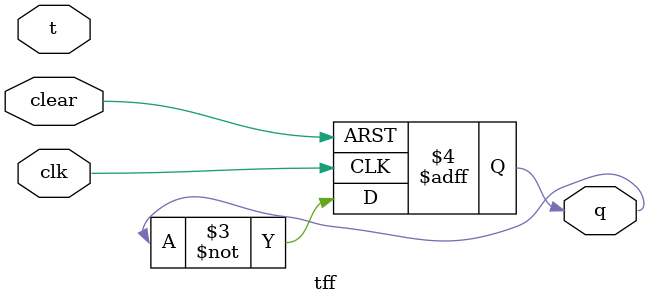
<source format=v>
module tff (clk, clear, t, q);
  input clk, clear, t;
  output q;
  reg q;

  always @ ( posedge clk, negedge clear )
    begin
      if (clear == 1'b0)
        q <= 0;
      else
        q <= ~q;
  end
endmodule // tff

</source>
